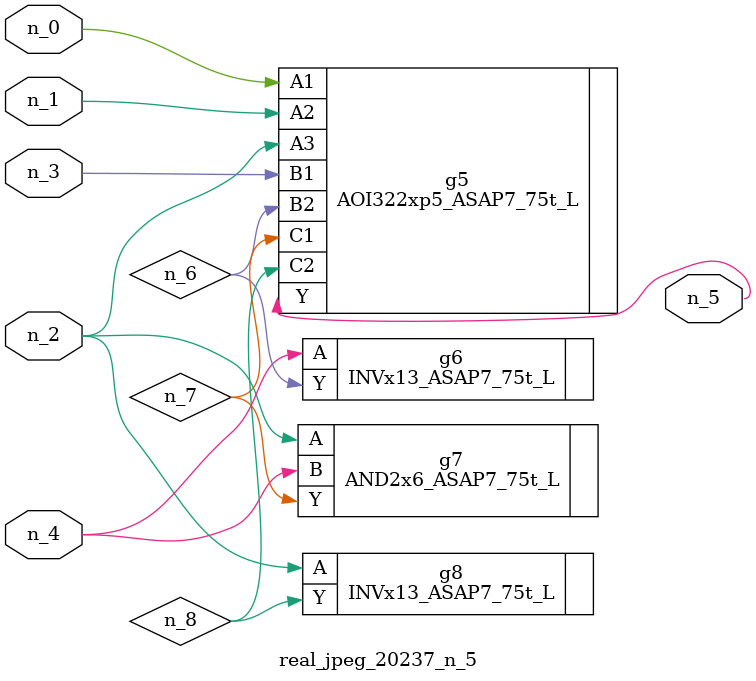
<source format=v>
module real_jpeg_20237_n_5 (n_4, n_0, n_1, n_2, n_3, n_5);

input n_4;
input n_0;
input n_1;
input n_2;
input n_3;

output n_5;

wire n_8;
wire n_6;
wire n_7;

AOI322xp5_ASAP7_75t_L g5 ( 
.A1(n_0),
.A2(n_1),
.A3(n_2),
.B1(n_3),
.B2(n_6),
.C1(n_7),
.C2(n_8),
.Y(n_5)
);

AND2x6_ASAP7_75t_L g7 ( 
.A(n_2),
.B(n_4),
.Y(n_7)
);

INVx13_ASAP7_75t_L g8 ( 
.A(n_2),
.Y(n_8)
);

INVx13_ASAP7_75t_L g6 ( 
.A(n_4),
.Y(n_6)
);


endmodule
</source>
